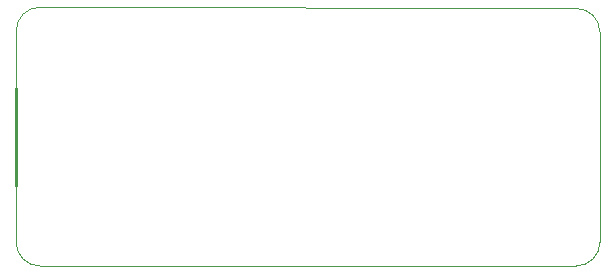
<source format=gbr>
%TF.GenerationSoftware,KiCad,Pcbnew,7.0.1-0*%
%TF.CreationDate,2023-12-26T15:33:35+01:00*%
%TF.ProjectId,luz,6c757a2e-6b69-4636-9164-5f7063625858,0.0.3a*%
%TF.SameCoordinates,Original*%
%TF.FileFunction,Profile,NP*%
%FSLAX46Y46*%
G04 Gerber Fmt 4.6, Leading zero omitted, Abs format (unit mm)*
G04 Created by KiCad (PCBNEW 7.0.1-0) date 2023-12-26 15:33:35*
%MOMM*%
%LPD*%
G01*
G04 APERTURE LIST*
%TA.AperFunction,Profile*%
%ADD10C,0.100000*%
%TD*%
%TA.AperFunction,Profile*%
%ADD11C,0.254000*%
%TD*%
G04 APERTURE END LIST*
D10*
X32574500Y-115900000D02*
G75*
G03*
X34574498Y-117900000I2000000J0D01*
G01*
X34574498Y-95999998D02*
G75*
G03*
X32574498Y-98000000I2J-2000002D01*
G01*
X82000000Y-115900000D02*
X82000000Y-98100000D01*
X32574498Y-102799924D02*
X32574498Y-98000000D01*
X79999999Y-96099999D02*
X34574498Y-96000000D01*
X32574498Y-111099924D02*
X32574498Y-115900000D01*
X80000000Y-117900000D02*
X34574498Y-117900000D01*
X80000000Y-117900000D02*
G75*
G03*
X82000000Y-115900000I0J2000000D01*
G01*
X82000001Y-98100000D02*
G75*
G03*
X79999999Y-96099999I-2000001J0D01*
G01*
D11*
%TO.C,U1*%
X32574498Y-102799924D02*
X32574498Y-111099924D01*
%TD*%
M02*

</source>
